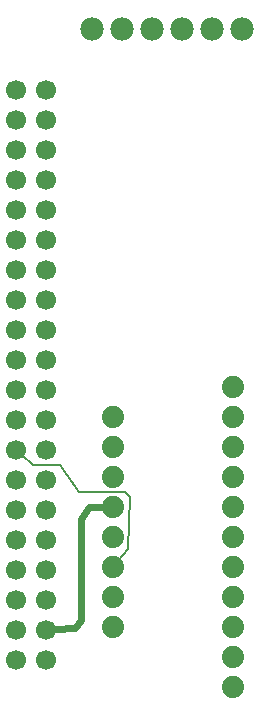
<source format=gbl>
G04 MADE WITH FRITZING*
G04 WWW.FRITZING.ORG*
G04 DOUBLE SIDED*
G04 HOLES PLATED*
G04 CONTOUR ON CENTER OF CONTOUR VECTOR*
%ASAXBY*%
%FSLAX23Y23*%
%MOIN*%
%OFA0B0*%
%SFA1.0B1.0*%
%ADD10C,0.074000*%
%ADD11C,0.078000*%
%ADD12C,0.066929*%
%ADD13C,0.024000*%
%ADD14C,0.008000*%
%LNCOPPER0*%
G90*
G70*
G54D10*
X823Y251D03*
X823Y351D03*
X823Y451D03*
X823Y551D03*
X823Y651D03*
X823Y751D03*
X823Y851D03*
X823Y951D03*
X823Y1051D03*
X823Y1151D03*
X823Y1251D03*
X423Y451D03*
X423Y551D03*
X423Y651D03*
X423Y751D03*
X423Y851D03*
X423Y951D03*
X423Y1051D03*
X423Y1151D03*
G54D11*
X853Y2445D03*
X753Y2445D03*
X653Y2445D03*
X553Y2445D03*
X453Y2445D03*
X353Y2445D03*
G54D12*
X100Y2241D03*
X100Y2141D03*
X100Y2041D03*
X100Y1941D03*
X100Y1841D03*
X100Y1741D03*
X100Y1641D03*
X100Y1541D03*
X100Y1441D03*
X100Y1341D03*
X100Y1241D03*
X100Y1141D03*
X100Y1041D03*
X100Y941D03*
X100Y841D03*
X100Y741D03*
X100Y641D03*
X100Y541D03*
X100Y441D03*
X100Y341D03*
X100Y2241D03*
X100Y2141D03*
X100Y2041D03*
X100Y1941D03*
X100Y1841D03*
X100Y1741D03*
X100Y1641D03*
X100Y1541D03*
X100Y1441D03*
X100Y1341D03*
X100Y1241D03*
X100Y1141D03*
X100Y1041D03*
X100Y941D03*
X100Y841D03*
X100Y741D03*
X100Y641D03*
X100Y541D03*
X100Y441D03*
X100Y341D03*
X200Y341D03*
X200Y441D03*
X200Y541D03*
X200Y641D03*
X200Y741D03*
X200Y841D03*
X200Y941D03*
X200Y1041D03*
X200Y1141D03*
X200Y1241D03*
X200Y1341D03*
X200Y1441D03*
X200Y1541D03*
X200Y1641D03*
X200Y1741D03*
X200Y1841D03*
X200Y1941D03*
X200Y2041D03*
X200Y2141D03*
X200Y2241D03*
G54D13*
X344Y852D02*
X317Y812D01*
D02*
X317Y812D02*
X316Y475D01*
D02*
X316Y475D02*
X297Y447D01*
D02*
X392Y852D02*
X344Y852D01*
D02*
X297Y447D02*
X230Y443D01*
G54D14*
D02*
X462Y900D02*
X309Y900D01*
D02*
X309Y900D02*
X246Y990D01*
D02*
X246Y990D02*
X155Y990D01*
D02*
X478Y884D02*
X462Y900D01*
D02*
X474Y711D02*
X478Y884D01*
D02*
X155Y990D02*
X119Y1024D01*
D02*
X440Y671D02*
X474Y711D01*
G04 End of Copper0*
M02*
</source>
